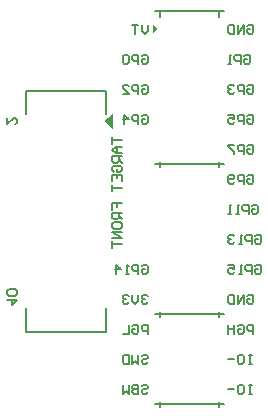
<source format=gbr>
%TF.GenerationSoftware,Altium Limited,Altium Designer,25.5.2 (35)*%
G04 Layer_Color=32896*
%FSLAX45Y45*%
%MOMM*%
%TF.SameCoordinates,F9D1B48F-3E51-4A7C-A873-13CCE31A6061*%
%TF.FilePolarity,Positive*%
%TF.FileFunction,Legend,Bot*%
%TF.Part,Single*%
G01*
G75*
%TA.AperFunction,NonConductor*%
%ADD20C,0.20000*%
%ADD21C,0.15000*%
G36*
X1305958Y2501350D02*
X1383105Y2437059D01*
Y2565639D01*
X1305958Y2501350D01*
D02*
G37*
G36*
X1760000Y3280000D02*
X1720000Y3312158D01*
Y3247843D01*
X1760000Y3280000D01*
D02*
G37*
D20*
X2280000Y3380000D02*
Y3430000D01*
X1735000Y3432000D02*
X2320000D01*
X1775000Y3380000D02*
Y3430000D01*
X1735000Y2137000D02*
X2320000D01*
X2280000Y2115000D02*
Y2160000D01*
X1775000Y2115000D02*
Y2160000D01*
X1744000Y2137000D02*
X2309000D01*
X1775000Y2115000D02*
Y2160000D01*
X2280000Y2115000D02*
Y2160000D01*
X1735000Y867000D02*
X2320000D01*
X2280000Y845000D02*
Y890000D01*
X1775000Y845000D02*
Y890000D01*
X1744000Y867000D02*
X2309000D01*
X1775000Y845000D02*
Y890000D01*
X2280000Y845000D02*
Y890000D01*
X1735000Y105000D02*
X2320000D01*
X2280000Y83000D02*
Y128000D01*
X1775000Y83000D02*
Y128000D01*
X1744000Y105000D02*
X2309000D01*
X1775000Y83000D02*
Y128000D01*
X2280000Y83000D02*
Y128000D01*
X645999Y2760000D02*
X1320999D01*
X645999Y2560000D02*
Y2760000D01*
X1320999Y2560000D02*
Y2760000D01*
X645999Y720000D02*
X1320999D01*
Y920000D01*
X645999Y720000D02*
Y920000D01*
D21*
X1375026Y2365000D02*
Y2311684D01*
Y2338342D01*
X1455000D01*
Y2285026D02*
X1401684D01*
X1375026Y2258368D01*
X1401684Y2231710D01*
X1455000D01*
X1415013D01*
Y2285026D01*
X1455000Y2205052D02*
X1375026D01*
Y2165065D01*
X1388355Y2151736D01*
X1415013D01*
X1428342Y2165065D01*
Y2205052D01*
Y2178394D02*
X1455000Y2151736D01*
X1388355Y2071762D02*
X1375026Y2085091D01*
Y2111749D01*
X1388355Y2125078D01*
X1441671D01*
X1455000Y2111749D01*
Y2085091D01*
X1441671Y2071762D01*
X1415013D01*
Y2098420D01*
X1375026Y1991787D02*
Y2045104D01*
X1455000D01*
Y1991787D01*
X1415013Y2045104D02*
Y2018446D01*
X1375026Y1965129D02*
Y1911813D01*
Y1938471D01*
X1455000D01*
X1375026Y1751865D02*
Y1805181D01*
X1415013D01*
Y1778523D01*
Y1805181D01*
X1455000D01*
Y1725207D02*
X1375026D01*
Y1685220D01*
X1388355Y1671891D01*
X1415013D01*
X1428342Y1685220D01*
Y1725207D01*
Y1698549D02*
X1455000Y1671891D01*
X1375026Y1605245D02*
Y1631904D01*
X1388355Y1645233D01*
X1441671D01*
X1455000Y1631904D01*
Y1605245D01*
X1441671Y1591917D01*
X1388355D01*
X1375026Y1605245D01*
X1455000Y1565258D02*
X1375026D01*
X1455000Y1511942D01*
X1375026D01*
Y1485284D02*
Y1431968D01*
Y1458626D01*
X1455000D01*
X1621684Y1274658D02*
X1635013Y1287987D01*
X1661671D01*
X1675000Y1274658D01*
Y1221342D01*
X1661671Y1208013D01*
X1635013D01*
X1621684Y1221342D01*
Y1248000D01*
X1648342D01*
X1595026Y1208013D02*
Y1287987D01*
X1555039D01*
X1541710Y1274658D01*
Y1248000D01*
X1555039Y1234671D01*
X1595026D01*
X1515052Y1208013D02*
X1488394D01*
X1501723D01*
Y1287987D01*
X1515052Y1274658D01*
X1408419Y1208013D02*
Y1287987D01*
X1448407Y1248000D01*
X1395090D01*
X1675000Y700013D02*
Y779987D01*
X1635013D01*
X1621684Y766658D01*
Y740000D01*
X1635013Y726671D01*
X1675000D01*
X1541710Y766658D02*
X1555039Y779987D01*
X1581697D01*
X1595026Y766658D01*
Y713342D01*
X1581697Y700013D01*
X1555039D01*
X1541710Y713342D01*
Y740000D01*
X1568368D01*
X1515052Y779987D02*
Y700013D01*
X1461736D01*
X1621684Y512658D02*
X1635013Y525987D01*
X1661671D01*
X1675000Y512658D01*
Y499329D01*
X1661671Y486000D01*
X1635013D01*
X1621684Y472671D01*
Y459342D01*
X1635013Y446013D01*
X1661671D01*
X1675000Y459342D01*
X1595026Y525987D02*
Y446013D01*
X1568368Y472671D01*
X1541710Y446013D01*
Y525987D01*
X1515052D02*
Y446013D01*
X1475065D01*
X1461736Y459342D01*
Y512658D01*
X1475065Y525987D01*
X1515052D01*
X1621684Y258658D02*
X1635013Y271987D01*
X1661671D01*
X1675000Y258658D01*
Y245329D01*
X1661671Y232000D01*
X1635013D01*
X1621684Y218671D01*
Y205342D01*
X1635013Y192013D01*
X1661671D01*
X1675000Y205342D01*
X1595026Y271987D02*
Y192013D01*
X1555039D01*
X1541710Y205342D01*
Y218671D01*
X1555039Y232000D01*
X1595026D01*
X1555039D01*
X1541710Y245329D01*
Y258658D01*
X1555039Y271987D01*
X1595026D01*
X1515052D02*
Y192013D01*
X1488394Y218671D01*
X1461736Y192013D01*
Y271987D01*
X1675000Y1020658D02*
X1661671Y1033987D01*
X1635013D01*
X1621684Y1020658D01*
Y1007329D01*
X1635013Y994000D01*
X1648342D01*
X1635013D01*
X1621684Y980671D01*
Y967342D01*
X1635013Y954013D01*
X1661671D01*
X1675000Y967342D01*
X1595026Y1033987D02*
Y980671D01*
X1568368Y954013D01*
X1541710Y980671D01*
Y1033987D01*
X1515052Y1020658D02*
X1501723Y1033987D01*
X1475065D01*
X1461736Y1020658D01*
Y1007329D01*
X1475065Y994000D01*
X1488394D01*
X1475065D01*
X1461736Y980671D01*
Y967342D01*
X1475065Y954013D01*
X1501723D01*
X1515052Y967342D01*
X1675000Y3319987D02*
Y3266671D01*
X1648342Y3240013D01*
X1621684Y3266671D01*
Y3319987D01*
X1595026D02*
X1541710D01*
X1568368D01*
Y3240013D01*
X1621684Y3052658D02*
X1635013Y3065987D01*
X1661671D01*
X1675000Y3052658D01*
Y2999342D01*
X1661671Y2986013D01*
X1635013D01*
X1621684Y2999342D01*
Y3026000D01*
X1648342D01*
X1595026Y2986013D02*
Y3065987D01*
X1555039D01*
X1541710Y3052658D01*
Y3026000D01*
X1555039Y3012671D01*
X1595026D01*
X1515052Y3052658D02*
X1501723Y3065987D01*
X1475065D01*
X1461736Y3052658D01*
Y2999342D01*
X1475065Y2986013D01*
X1501723D01*
X1515052Y2999342D01*
Y3052658D01*
X1621684Y2798658D02*
X1635013Y2811987D01*
X1661671D01*
X1675000Y2798658D01*
Y2745342D01*
X1661671Y2732013D01*
X1635013D01*
X1621684Y2745342D01*
Y2772000D01*
X1648342D01*
X1595026Y2732013D02*
Y2811987D01*
X1555039D01*
X1541710Y2798658D01*
Y2772000D01*
X1555039Y2758671D01*
X1595026D01*
X1461736Y2732013D02*
X1515052D01*
X1461736Y2785329D01*
Y2798658D01*
X1475065Y2811987D01*
X1501723D01*
X1515052Y2798658D01*
X1621684Y2544658D02*
X1635013Y2557987D01*
X1661671D01*
X1675000Y2544658D01*
Y2491342D01*
X1661671Y2478013D01*
X1635013D01*
X1621684Y2491342D01*
Y2518000D01*
X1648342D01*
X1595026Y2478013D02*
Y2557987D01*
X1555039D01*
X1541710Y2544658D01*
Y2518000D01*
X1555039Y2504671D01*
X1595026D01*
X1475065Y2478013D02*
Y2557987D01*
X1515052Y2518000D01*
X1461736D01*
X2514948Y1020658D02*
X2528277Y1033987D01*
X2554935D01*
X2568264Y1020658D01*
Y967342D01*
X2554935Y954013D01*
X2528277D01*
X2514948Y967342D01*
Y994000D01*
X2541606D01*
X2488290Y954013D02*
Y1033987D01*
X2434974Y954013D01*
Y1033987D01*
X2408316D02*
Y954013D01*
X2368329D01*
X2355000Y967342D01*
Y1020658D01*
X2368329Y1033987D01*
X2408316D01*
X2514948Y3306658D02*
X2528277Y3319987D01*
X2554935D01*
X2568264Y3306658D01*
Y3253342D01*
X2554935Y3240013D01*
X2528277D01*
X2514948Y3253342D01*
Y3280000D01*
X2541606D01*
X2488290Y3240013D02*
Y3319987D01*
X2434974Y3240013D01*
Y3319987D01*
X2408316D02*
Y3240013D01*
X2368329D01*
X2355000Y3253342D01*
Y3306658D01*
X2368329Y3319987D01*
X2408316D01*
X2488290Y3052658D02*
X2501619Y3065987D01*
X2528277D01*
X2541606Y3052658D01*
Y2999342D01*
X2528277Y2986013D01*
X2501619D01*
X2488290Y2999342D01*
Y3026000D01*
X2514948D01*
X2461632Y2986013D02*
Y3065987D01*
X2421645D01*
X2408316Y3052658D01*
Y3026000D01*
X2421645Y3012671D01*
X2461632D01*
X2381658Y2986013D02*
X2355000D01*
X2368329D01*
Y3065987D01*
X2381658Y3052658D01*
X2514948Y2798658D02*
X2528277Y2811987D01*
X2554935D01*
X2568264Y2798658D01*
Y2745342D01*
X2554935Y2732013D01*
X2528277D01*
X2514948Y2745342D01*
Y2772000D01*
X2541606D01*
X2488290Y2732013D02*
Y2811987D01*
X2448303D01*
X2434974Y2798658D01*
Y2772000D01*
X2448303Y2758671D01*
X2488290D01*
X2408316Y2798658D02*
X2394987Y2811987D01*
X2368329D01*
X2355000Y2798658D01*
Y2785329D01*
X2368329Y2772000D01*
X2381658D01*
X2368329D01*
X2355000Y2758671D01*
Y2745342D01*
X2368329Y2732013D01*
X2394987D01*
X2408316Y2745342D01*
X2514948Y2544658D02*
X2528277Y2557987D01*
X2554935D01*
X2568264Y2544658D01*
Y2491342D01*
X2554935Y2478013D01*
X2528277D01*
X2514948Y2491342D01*
Y2518000D01*
X2541606D01*
X2488290Y2478013D02*
Y2557987D01*
X2448303D01*
X2434974Y2544658D01*
Y2518000D01*
X2448303Y2504671D01*
X2488290D01*
X2355000Y2557987D02*
X2408316D01*
Y2518000D01*
X2381658Y2531329D01*
X2368329D01*
X2355000Y2518000D01*
Y2491342D01*
X2368329Y2478013D01*
X2394987D01*
X2408316Y2491342D01*
X2514948Y2290658D02*
X2528277Y2303987D01*
X2554935D01*
X2568264Y2290658D01*
Y2237342D01*
X2554935Y2224013D01*
X2528277D01*
X2514948Y2237342D01*
Y2264000D01*
X2541606D01*
X2488290Y2224013D02*
Y2303987D01*
X2448303D01*
X2434974Y2290658D01*
Y2264000D01*
X2448303Y2250671D01*
X2488290D01*
X2408316Y2303987D02*
X2355000D01*
Y2290658D01*
X2408316Y2237342D01*
Y2224013D01*
X2514948Y2036658D02*
X2528277Y2049987D01*
X2554935D01*
X2568264Y2036658D01*
Y1983342D01*
X2554935Y1970013D01*
X2528277D01*
X2514948Y1983342D01*
Y2010000D01*
X2541606D01*
X2488290Y1970013D02*
Y2049987D01*
X2448303D01*
X2434974Y2036658D01*
Y2010000D01*
X2448303Y1996671D01*
X2488290D01*
X2408316Y1983342D02*
X2394987Y1970013D01*
X2368329D01*
X2355000Y1983342D01*
Y2036658D01*
X2368329Y2049987D01*
X2394987D01*
X2408316Y2036658D01*
Y2023329D01*
X2394987Y2010000D01*
X2355000D01*
X2554935Y1782658D02*
X2568264Y1795987D01*
X2594922D01*
X2608251Y1782658D01*
Y1729342D01*
X2594922Y1716013D01*
X2568264D01*
X2554935Y1729342D01*
Y1756000D01*
X2581593D01*
X2528277Y1716013D02*
Y1795987D01*
X2488290D01*
X2474961Y1782658D01*
Y1756000D01*
X2488290Y1742671D01*
X2528277D01*
X2448303Y1716013D02*
X2421645D01*
X2434974D01*
Y1795987D01*
X2448303Y1782658D01*
X2381658Y1716013D02*
X2355000D01*
X2368329D01*
Y1795987D01*
X2381658Y1782658D01*
X2581593Y1528658D02*
X2594922Y1541987D01*
X2621580D01*
X2634909Y1528658D01*
Y1475342D01*
X2621580Y1462013D01*
X2594922D01*
X2581593Y1475342D01*
Y1502000D01*
X2608251D01*
X2554935Y1462013D02*
Y1541987D01*
X2514948D01*
X2501619Y1528658D01*
Y1502000D01*
X2514948Y1488671D01*
X2554935D01*
X2474961Y1462013D02*
X2448303D01*
X2461632D01*
Y1541987D01*
X2474961Y1528658D01*
X2408316D02*
X2394987Y1541987D01*
X2368329D01*
X2355000Y1528658D01*
Y1515329D01*
X2368329Y1502000D01*
X2381658D01*
X2368329D01*
X2355000Y1488671D01*
Y1475342D01*
X2368329Y1462013D01*
X2394987D01*
X2408316Y1475342D01*
X2581593Y1274658D02*
X2594922Y1287987D01*
X2621580D01*
X2634909Y1274658D01*
Y1221342D01*
X2621580Y1208013D01*
X2594922D01*
X2581593Y1221342D01*
Y1248000D01*
X2608251D01*
X2554935Y1208013D02*
Y1287987D01*
X2514948D01*
X2501619Y1274658D01*
Y1248000D01*
X2514948Y1234671D01*
X2554935D01*
X2474961Y1208013D02*
X2448303D01*
X2461632D01*
Y1287987D01*
X2474961Y1274658D01*
X2355000Y1287987D02*
X2408316D01*
Y1248000D01*
X2381658Y1261329D01*
X2368329D01*
X2355000Y1248000D01*
Y1221342D01*
X2368329Y1208013D01*
X2394987D01*
X2408316Y1221342D01*
X2568264Y700013D02*
Y779987D01*
X2528277D01*
X2514948Y766658D01*
Y740000D01*
X2528277Y726671D01*
X2568264D01*
X2434974Y766658D02*
X2448303Y779987D01*
X2474961D01*
X2488290Y766658D01*
Y713342D01*
X2474961Y700013D01*
X2448303D01*
X2434974Y713342D01*
Y740000D01*
X2461632D01*
X2408316Y779987D02*
Y700013D01*
Y740000D01*
X2355000D01*
Y779987D01*
Y700013D01*
X2554935Y525987D02*
X2528277D01*
X2541606D01*
Y446013D01*
X2554935D01*
X2528277D01*
X2448303Y525987D02*
X2474961D01*
X2488290Y512658D01*
Y459342D01*
X2474961Y446013D01*
X2448303D01*
X2434974Y459342D01*
Y512658D01*
X2448303Y525987D01*
X2408316Y486000D02*
X2355000D01*
X2554935Y271987D02*
X2528277D01*
X2541606D01*
Y192013D01*
X2554935D01*
X2528277D01*
X2448303Y271987D02*
X2474961D01*
X2488290Y258658D01*
Y205342D01*
X2474961Y192013D01*
X2448303D01*
X2434974Y205342D01*
Y258658D01*
X2448303Y271987D01*
X2408316Y232000D02*
X2355000D01*
X484999Y2528316D02*
Y2475000D01*
X538315Y2528316D01*
X551645D01*
X564973Y2514987D01*
Y2488329D01*
X551645Y2475000D01*
X484999Y984988D02*
X564973D01*
X524986Y945001D01*
Y998317D01*
X551644Y1024975D02*
X564973Y1038304D01*
Y1064962D01*
X551644Y1078291D01*
X498328D01*
X484999Y1064962D01*
Y1038304D01*
X498328Y1024975D01*
X551644D01*
%TF.MD5,ac643dee223d8cdece090d5cece61168*%
M02*

</source>
